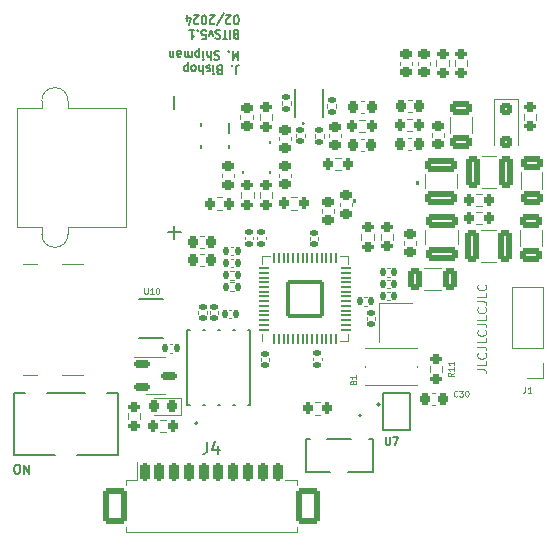
<source format=gto>
%TF.GenerationSoftware,KiCad,Pcbnew,7.0.5-0*%
%TF.CreationDate,2024-02-02T13:19:59-05:00*%
%TF.ProjectId,BITSv5,42495453-7635-42e6-9b69-6361645f7063,rev?*%
%TF.SameCoordinates,Original*%
%TF.FileFunction,Legend,Top*%
%TF.FilePolarity,Positive*%
%FSLAX46Y46*%
G04 Gerber Fmt 4.6, Leading zero omitted, Abs format (unit mm)*
G04 Created by KiCad (PCBNEW 7.0.5-0) date 2024-02-02 13:19:59*
%MOMM*%
%LPD*%
G01*
G04 APERTURE LIST*
G04 Aperture macros list*
%AMRoundRect*
0 Rectangle with rounded corners*
0 $1 Rounding radius*
0 $2 $3 $4 $5 $6 $7 $8 $9 X,Y pos of 4 corners*
0 Add a 4 corners polygon primitive as box body*
4,1,4,$2,$3,$4,$5,$6,$7,$8,$9,$2,$3,0*
0 Add four circle primitives for the rounded corners*
1,1,$1+$1,$2,$3*
1,1,$1+$1,$4,$5*
1,1,$1+$1,$6,$7*
1,1,$1+$1,$8,$9*
0 Add four rect primitives between the rounded corners*
20,1,$1+$1,$2,$3,$4,$5,0*
20,1,$1+$1,$4,$5,$6,$7,0*
20,1,$1+$1,$6,$7,$8,$9,0*
20,1,$1+$1,$8,$9,$2,$3,0*%
G04 Aperture macros list end*
%ADD10C,0.150000*%
%ADD11C,0.120000*%
%ADD12C,0.125000*%
%ADD13C,0.152400*%
%ADD14C,0.200000*%
%ADD15C,0.127000*%
%ADD16C,0.002645*%
%ADD17C,0.182463*%
%ADD18RoundRect,0.135000X-0.185000X0.135000X-0.185000X-0.135000X0.185000X-0.135000X0.185000X0.135000X0*%
%ADD19RoundRect,0.225000X-0.250000X0.225000X-0.250000X-0.225000X0.250000X-0.225000X0.250000X0.225000X0*%
%ADD20RoundRect,0.135000X0.185000X-0.135000X0.185000X0.135000X-0.185000X0.135000X-0.185000X-0.135000X0*%
%ADD21RoundRect,0.140000X0.140000X0.170000X-0.140000X0.170000X-0.140000X-0.170000X0.140000X-0.170000X0*%
%ADD22C,0.889000*%
%ADD23R,1.193800X1.397000*%
%ADD24RoundRect,0.250000X1.075000X-0.375000X1.075000X0.375000X-1.075000X0.375000X-1.075000X-0.375000X0*%
%ADD25RoundRect,0.050000X0.050000X-0.387500X0.050000X0.387500X-0.050000X0.387500X-0.050000X-0.387500X0*%
%ADD26RoundRect,0.050000X0.387500X-0.050000X0.387500X0.050000X-0.387500X0.050000X-0.387500X-0.050000X0*%
%ADD27RoundRect,0.144000X1.456000X-1.456000X1.456000X1.456000X-1.456000X1.456000X-1.456000X-1.456000X0*%
%ADD28R,0.972299X0.558000*%
%ADD29RoundRect,0.200000X0.275000X-0.200000X0.275000X0.200000X-0.275000X0.200000X-0.275000X-0.200000X0*%
%ADD30RoundRect,0.140000X0.170000X-0.140000X0.170000X0.140000X-0.170000X0.140000X-0.170000X-0.140000X0*%
%ADD31C,4.400000*%
%ADD32RoundRect,0.225000X0.250000X-0.225000X0.250000X0.225000X-0.250000X0.225000X-0.250000X-0.225000X0*%
%ADD33C,0.650000*%
%ADD34R,1.150000X0.600000*%
%ADD35R,1.150000X0.300000*%
%ADD36O,2.100000X1.000000*%
%ADD37O,1.800000X1.000000*%
%ADD38RoundRect,0.200000X0.200000X0.275000X-0.200000X0.275000X-0.200000X-0.275000X0.200000X-0.275000X0*%
%ADD39RoundRect,0.250000X-1.075000X0.375000X-1.075000X-0.375000X1.075000X-0.375000X1.075000X0.375000X0*%
%ADD40RoundRect,0.250000X0.650000X-0.325000X0.650000X0.325000X-0.650000X0.325000X-0.650000X-0.325000X0*%
%ADD41RoundRect,0.150000X-0.512500X-0.150000X0.512500X-0.150000X0.512500X0.150000X-0.512500X0.150000X0*%
%ADD42R,1.050000X0.399999*%
%ADD43R,0.200000X0.599999*%
%ADD44RoundRect,0.140000X-0.170000X0.140000X-0.170000X-0.140000X0.170000X-0.140000X0.170000X0.140000X0*%
%ADD45RoundRect,0.225000X0.225000X0.250000X-0.225000X0.250000X-0.225000X-0.250000X0.225000X-0.250000X0*%
%ADD46RoundRect,0.225000X-0.225000X-0.250000X0.225000X-0.250000X0.225000X0.250000X-0.225000X0.250000X0*%
%ADD47R,0.900000X1.000000*%
%ADD48R,0.811200X1.406398*%
%ADD49RoundRect,0.250000X-0.650000X0.325000X-0.650000X-0.325000X0.650000X-0.325000X0.650000X0.325000X0*%
%ADD50RoundRect,0.140000X-0.140000X-0.170000X0.140000X-0.170000X0.140000X0.170000X-0.140000X0.170000X0*%
%ADD51R,1.000000X1.150000*%
%ADD52RoundRect,0.200000X-0.200000X-0.275000X0.200000X-0.275000X0.200000X0.275000X-0.200000X0.275000X0*%
%ADD53RoundRect,0.200000X-0.275000X0.200000X-0.275000X-0.200000X0.275000X-0.200000X0.275000X0.200000X0*%
%ADD54R,0.299999X0.449999*%
%ADD55R,1.599999X1.000000*%
%ADD56R,1.700000X1.700000*%
%ADD57O,1.700000X1.700000*%
%ADD58C,1.400000*%
%ADD59R,3.500000X3.500000*%
%ADD60C,3.500000*%
%ADD61RoundRect,0.250000X0.375000X1.075000X-0.375000X1.075000X-0.375000X-1.075000X0.375000X-1.075000X0*%
%ADD62R,0.300000X0.804800*%
%ADD63R,1.400000X1.050000*%
%ADD64RoundRect,0.250000X0.325000X0.650000X-0.325000X0.650000X-0.325000X-0.650000X0.325000X-0.650000X0*%
%ADD65RoundRect,0.135000X-0.135000X-0.185000X0.135000X-0.185000X0.135000X0.185000X-0.135000X0.185000X0*%
%ADD66R,0.229400X0.807999*%
%ADD67R,0.807999X0.229400*%
%ADD68R,2.387600X1.397000*%
%ADD69R,0.381000X0.381000*%
%ADD70RoundRect,0.200000X-0.200000X-0.600000X0.200000X-0.600000X0.200000X0.600000X-0.200000X0.600000X0*%
%ADD71RoundRect,0.250001X-0.799999X-1.249999X0.799999X-1.249999X0.799999X1.249999X-0.799999X1.249999X0*%
%ADD72RoundRect,0.218750X0.218750X0.256250X-0.218750X0.256250X-0.218750X-0.256250X0.218750X-0.256250X0*%
%ADD73RoundRect,0.250000X-0.300000X0.300000X-0.300000X-0.300000X0.300000X-0.300000X0.300000X0.300000X0*%
%ADD74C,0.404000*%
%ADD75R,0.431800X0.965200*%
%ADD76R,4.343400X3.454400*%
G04 APERTURE END LIST*
D10*
X124501316Y-44449942D02*
X124401316Y-44414228D01*
X124401316Y-44414228D02*
X124367982Y-44378514D01*
X124367982Y-44378514D02*
X124334649Y-44307085D01*
X124334649Y-44307085D02*
X124334649Y-44199942D01*
X124334649Y-44199942D02*
X124367982Y-44128514D01*
X124367982Y-44128514D02*
X124401316Y-44092800D01*
X124401316Y-44092800D02*
X124467982Y-44057085D01*
X124467982Y-44057085D02*
X124734649Y-44057085D01*
X124734649Y-44057085D02*
X124734649Y-44807085D01*
X124734649Y-44807085D02*
X124501316Y-44807085D01*
X124501316Y-44807085D02*
X124434649Y-44771371D01*
X124434649Y-44771371D02*
X124401316Y-44735657D01*
X124401316Y-44735657D02*
X124367982Y-44664228D01*
X124367982Y-44664228D02*
X124367982Y-44592800D01*
X124367982Y-44592800D02*
X124401316Y-44521371D01*
X124401316Y-44521371D02*
X124434649Y-44485657D01*
X124434649Y-44485657D02*
X124501316Y-44449942D01*
X124501316Y-44449942D02*
X124734649Y-44449942D01*
X124034649Y-44057085D02*
X124034649Y-44807085D01*
X123801316Y-44807085D02*
X123401316Y-44807085D01*
X123601316Y-44057085D02*
X123601316Y-44807085D01*
X123201316Y-44092800D02*
X123101316Y-44057085D01*
X123101316Y-44057085D02*
X122934650Y-44057085D01*
X122934650Y-44057085D02*
X122867983Y-44092800D01*
X122867983Y-44092800D02*
X122834650Y-44128514D01*
X122834650Y-44128514D02*
X122801316Y-44199942D01*
X122801316Y-44199942D02*
X122801316Y-44271371D01*
X122801316Y-44271371D02*
X122834650Y-44342800D01*
X122834650Y-44342800D02*
X122867983Y-44378514D01*
X122867983Y-44378514D02*
X122934650Y-44414228D01*
X122934650Y-44414228D02*
X123067983Y-44449942D01*
X123067983Y-44449942D02*
X123134650Y-44485657D01*
X123134650Y-44485657D02*
X123167983Y-44521371D01*
X123167983Y-44521371D02*
X123201316Y-44592800D01*
X123201316Y-44592800D02*
X123201316Y-44664228D01*
X123201316Y-44664228D02*
X123167983Y-44735657D01*
X123167983Y-44735657D02*
X123134650Y-44771371D01*
X123134650Y-44771371D02*
X123067983Y-44807085D01*
X123067983Y-44807085D02*
X122901316Y-44807085D01*
X122901316Y-44807085D02*
X122801316Y-44771371D01*
X122567983Y-44557085D02*
X122401316Y-44057085D01*
X122401316Y-44057085D02*
X122234649Y-44557085D01*
X121634650Y-44807085D02*
X121967983Y-44807085D01*
X121967983Y-44807085D02*
X122001316Y-44449942D01*
X122001316Y-44449942D02*
X121967983Y-44485657D01*
X121967983Y-44485657D02*
X121901316Y-44521371D01*
X121901316Y-44521371D02*
X121734650Y-44521371D01*
X121734650Y-44521371D02*
X121667983Y-44485657D01*
X121667983Y-44485657D02*
X121634650Y-44449942D01*
X121634650Y-44449942D02*
X121601316Y-44378514D01*
X121601316Y-44378514D02*
X121601316Y-44199942D01*
X121601316Y-44199942D02*
X121634650Y-44128514D01*
X121634650Y-44128514D02*
X121667983Y-44092800D01*
X121667983Y-44092800D02*
X121734650Y-44057085D01*
X121734650Y-44057085D02*
X121901316Y-44057085D01*
X121901316Y-44057085D02*
X121967983Y-44092800D01*
X121967983Y-44092800D02*
X122001316Y-44128514D01*
X121301316Y-44128514D02*
X121267983Y-44092800D01*
X121267983Y-44092800D02*
X121301316Y-44057085D01*
X121301316Y-44057085D02*
X121334649Y-44092800D01*
X121334649Y-44092800D02*
X121301316Y-44128514D01*
X121301316Y-44128514D02*
X121301316Y-44057085D01*
X120601316Y-44057085D02*
X121001316Y-44057085D01*
X120801316Y-44057085D02*
X120801316Y-44807085D01*
X120801316Y-44807085D02*
X120867983Y-44699942D01*
X120867983Y-44699942D02*
X120934650Y-44628514D01*
X120934650Y-44628514D02*
X121001316Y-44592800D01*
X124601316Y-43599585D02*
X124534649Y-43599585D01*
X124534649Y-43599585D02*
X124467982Y-43563871D01*
X124467982Y-43563871D02*
X124434649Y-43528157D01*
X124434649Y-43528157D02*
X124401316Y-43456728D01*
X124401316Y-43456728D02*
X124367982Y-43313871D01*
X124367982Y-43313871D02*
X124367982Y-43135300D01*
X124367982Y-43135300D02*
X124401316Y-42992442D01*
X124401316Y-42992442D02*
X124434649Y-42921014D01*
X124434649Y-42921014D02*
X124467982Y-42885300D01*
X124467982Y-42885300D02*
X124534649Y-42849585D01*
X124534649Y-42849585D02*
X124601316Y-42849585D01*
X124601316Y-42849585D02*
X124667982Y-42885300D01*
X124667982Y-42885300D02*
X124701316Y-42921014D01*
X124701316Y-42921014D02*
X124734649Y-42992442D01*
X124734649Y-42992442D02*
X124767982Y-43135300D01*
X124767982Y-43135300D02*
X124767982Y-43313871D01*
X124767982Y-43313871D02*
X124734649Y-43456728D01*
X124734649Y-43456728D02*
X124701316Y-43528157D01*
X124701316Y-43528157D02*
X124667982Y-43563871D01*
X124667982Y-43563871D02*
X124601316Y-43599585D01*
X124101315Y-43528157D02*
X124067982Y-43563871D01*
X124067982Y-43563871D02*
X124001315Y-43599585D01*
X124001315Y-43599585D02*
X123834649Y-43599585D01*
X123834649Y-43599585D02*
X123767982Y-43563871D01*
X123767982Y-43563871D02*
X123734649Y-43528157D01*
X123734649Y-43528157D02*
X123701315Y-43456728D01*
X123701315Y-43456728D02*
X123701315Y-43385300D01*
X123701315Y-43385300D02*
X123734649Y-43278157D01*
X123734649Y-43278157D02*
X124134649Y-42849585D01*
X124134649Y-42849585D02*
X123701315Y-42849585D01*
X122901315Y-43635300D02*
X123501315Y-42671014D01*
X122701315Y-43528157D02*
X122667982Y-43563871D01*
X122667982Y-43563871D02*
X122601315Y-43599585D01*
X122601315Y-43599585D02*
X122434649Y-43599585D01*
X122434649Y-43599585D02*
X122367982Y-43563871D01*
X122367982Y-43563871D02*
X122334649Y-43528157D01*
X122334649Y-43528157D02*
X122301315Y-43456728D01*
X122301315Y-43456728D02*
X122301315Y-43385300D01*
X122301315Y-43385300D02*
X122334649Y-43278157D01*
X122334649Y-43278157D02*
X122734649Y-42849585D01*
X122734649Y-42849585D02*
X122301315Y-42849585D01*
X121867982Y-43599585D02*
X121801315Y-43599585D01*
X121801315Y-43599585D02*
X121734648Y-43563871D01*
X121734648Y-43563871D02*
X121701315Y-43528157D01*
X121701315Y-43528157D02*
X121667982Y-43456728D01*
X121667982Y-43456728D02*
X121634648Y-43313871D01*
X121634648Y-43313871D02*
X121634648Y-43135300D01*
X121634648Y-43135300D02*
X121667982Y-42992442D01*
X121667982Y-42992442D02*
X121701315Y-42921014D01*
X121701315Y-42921014D02*
X121734648Y-42885300D01*
X121734648Y-42885300D02*
X121801315Y-42849585D01*
X121801315Y-42849585D02*
X121867982Y-42849585D01*
X121867982Y-42849585D02*
X121934648Y-42885300D01*
X121934648Y-42885300D02*
X121967982Y-42921014D01*
X121967982Y-42921014D02*
X122001315Y-42992442D01*
X122001315Y-42992442D02*
X122034648Y-43135300D01*
X122034648Y-43135300D02*
X122034648Y-43313871D01*
X122034648Y-43313871D02*
X122001315Y-43456728D01*
X122001315Y-43456728D02*
X121967982Y-43528157D01*
X121967982Y-43528157D02*
X121934648Y-43563871D01*
X121934648Y-43563871D02*
X121867982Y-43599585D01*
X121367981Y-43528157D02*
X121334648Y-43563871D01*
X121334648Y-43563871D02*
X121267981Y-43599585D01*
X121267981Y-43599585D02*
X121101315Y-43599585D01*
X121101315Y-43599585D02*
X121034648Y-43563871D01*
X121034648Y-43563871D02*
X121001315Y-43528157D01*
X121001315Y-43528157D02*
X120967981Y-43456728D01*
X120967981Y-43456728D02*
X120967981Y-43385300D01*
X120967981Y-43385300D02*
X121001315Y-43278157D01*
X121001315Y-43278157D02*
X121401315Y-42849585D01*
X121401315Y-42849585D02*
X120967981Y-42849585D01*
X120367981Y-43349585D02*
X120367981Y-42849585D01*
X120534648Y-43635300D02*
X120701314Y-43099585D01*
X120701314Y-43099585D02*
X120267981Y-43099585D01*
D11*
X144951974Y-72828195D02*
X145487688Y-72828195D01*
X145487688Y-72828195D02*
X145594831Y-72863910D01*
X145594831Y-72863910D02*
X145666260Y-72935338D01*
X145666260Y-72935338D02*
X145701974Y-73042481D01*
X145701974Y-73042481D02*
X145701974Y-73113910D01*
X145701974Y-72113909D02*
X145701974Y-72471052D01*
X145701974Y-72471052D02*
X144951974Y-72471052D01*
X145630545Y-71435338D02*
X145666260Y-71471052D01*
X145666260Y-71471052D02*
X145701974Y-71578195D01*
X145701974Y-71578195D02*
X145701974Y-71649623D01*
X145701974Y-71649623D02*
X145666260Y-71756766D01*
X145666260Y-71756766D02*
X145594831Y-71828195D01*
X145594831Y-71828195D02*
X145523402Y-71863909D01*
X145523402Y-71863909D02*
X145380545Y-71899623D01*
X145380545Y-71899623D02*
X145273402Y-71899623D01*
X145273402Y-71899623D02*
X145130545Y-71863909D01*
X145130545Y-71863909D02*
X145059117Y-71828195D01*
X145059117Y-71828195D02*
X144987688Y-71756766D01*
X144987688Y-71756766D02*
X144951974Y-71649623D01*
X144951974Y-71649623D02*
X144951974Y-71578195D01*
X144951974Y-71578195D02*
X144987688Y-71471052D01*
X144987688Y-71471052D02*
X145023402Y-71435338D01*
X144951974Y-70899623D02*
X145487688Y-70899623D01*
X145487688Y-70899623D02*
X145594831Y-70935338D01*
X145594831Y-70935338D02*
X145666260Y-71006766D01*
X145666260Y-71006766D02*
X145701974Y-71113909D01*
X145701974Y-71113909D02*
X145701974Y-71185338D01*
X145701974Y-70185337D02*
X145701974Y-70542480D01*
X145701974Y-70542480D02*
X144951974Y-70542480D01*
X145630545Y-69506766D02*
X145666260Y-69542480D01*
X145666260Y-69542480D02*
X145701974Y-69649623D01*
X145701974Y-69649623D02*
X145701974Y-69721051D01*
X145701974Y-69721051D02*
X145666260Y-69828194D01*
X145666260Y-69828194D02*
X145594831Y-69899623D01*
X145594831Y-69899623D02*
X145523402Y-69935337D01*
X145523402Y-69935337D02*
X145380545Y-69971051D01*
X145380545Y-69971051D02*
X145273402Y-69971051D01*
X145273402Y-69971051D02*
X145130545Y-69935337D01*
X145130545Y-69935337D02*
X145059117Y-69899623D01*
X145059117Y-69899623D02*
X144987688Y-69828194D01*
X144987688Y-69828194D02*
X144951974Y-69721051D01*
X144951974Y-69721051D02*
X144951974Y-69649623D01*
X144951974Y-69649623D02*
X144987688Y-69542480D01*
X144987688Y-69542480D02*
X145023402Y-69506766D01*
X144951974Y-68971051D02*
X145487688Y-68971051D01*
X145487688Y-68971051D02*
X145594831Y-69006766D01*
X145594831Y-69006766D02*
X145666260Y-69078194D01*
X145666260Y-69078194D02*
X145701974Y-69185337D01*
X145701974Y-69185337D02*
X145701974Y-69256766D01*
X145701974Y-68256765D02*
X145701974Y-68613908D01*
X145701974Y-68613908D02*
X144951974Y-68613908D01*
X145630545Y-67578194D02*
X145666260Y-67613908D01*
X145666260Y-67613908D02*
X145701974Y-67721051D01*
X145701974Y-67721051D02*
X145701974Y-67792479D01*
X145701974Y-67792479D02*
X145666260Y-67899622D01*
X145666260Y-67899622D02*
X145594831Y-67971051D01*
X145594831Y-67971051D02*
X145523402Y-68006765D01*
X145523402Y-68006765D02*
X145380545Y-68042479D01*
X145380545Y-68042479D02*
X145273402Y-68042479D01*
X145273402Y-68042479D02*
X145130545Y-68006765D01*
X145130545Y-68006765D02*
X145059117Y-67971051D01*
X145059117Y-67971051D02*
X144987688Y-67899622D01*
X144987688Y-67899622D02*
X144951974Y-67792479D01*
X144951974Y-67792479D02*
X144951974Y-67721051D01*
X144951974Y-67721051D02*
X144987688Y-67613908D01*
X144987688Y-67613908D02*
X145023402Y-67578194D01*
X144951974Y-67042479D02*
X145487688Y-67042479D01*
X145487688Y-67042479D02*
X145594831Y-67078194D01*
X145594831Y-67078194D02*
X145666260Y-67149622D01*
X145666260Y-67149622D02*
X145701974Y-67256765D01*
X145701974Y-67256765D02*
X145701974Y-67328194D01*
X145701974Y-66328193D02*
X145701974Y-66685336D01*
X145701974Y-66685336D02*
X144951974Y-66685336D01*
X145630545Y-65649622D02*
X145666260Y-65685336D01*
X145666260Y-65685336D02*
X145701974Y-65792479D01*
X145701974Y-65792479D02*
X145701974Y-65863907D01*
X145701974Y-65863907D02*
X145666260Y-65971050D01*
X145666260Y-65971050D02*
X145594831Y-66042479D01*
X145594831Y-66042479D02*
X145523402Y-66078193D01*
X145523402Y-66078193D02*
X145380545Y-66113907D01*
X145380545Y-66113907D02*
X145273402Y-66113907D01*
X145273402Y-66113907D02*
X145130545Y-66078193D01*
X145130545Y-66078193D02*
X145059117Y-66042479D01*
X145059117Y-66042479D02*
X144987688Y-65971050D01*
X144987688Y-65971050D02*
X144951974Y-65863907D01*
X144951974Y-65863907D02*
X144951974Y-65792479D01*
X144951974Y-65792479D02*
X144987688Y-65685336D01*
X144987688Y-65685336D02*
X145023402Y-65649622D01*
D10*
X105935714Y-80889164D02*
X106078571Y-80889164D01*
X106078571Y-80889164D02*
X106150000Y-80924878D01*
X106150000Y-80924878D02*
X106221428Y-80996307D01*
X106221428Y-80996307D02*
X106257143Y-81139164D01*
X106257143Y-81139164D02*
X106257143Y-81389164D01*
X106257143Y-81389164D02*
X106221428Y-81532021D01*
X106221428Y-81532021D02*
X106150000Y-81603450D01*
X106150000Y-81603450D02*
X106078571Y-81639164D01*
X106078571Y-81639164D02*
X105935714Y-81639164D01*
X105935714Y-81639164D02*
X105864286Y-81603450D01*
X105864286Y-81603450D02*
X105792857Y-81532021D01*
X105792857Y-81532021D02*
X105757143Y-81389164D01*
X105757143Y-81389164D02*
X105757143Y-81139164D01*
X105757143Y-81139164D02*
X105792857Y-80996307D01*
X105792857Y-80996307D02*
X105864286Y-80924878D01*
X105864286Y-80924878D02*
X105935714Y-80889164D01*
X106578571Y-81639164D02*
X106578571Y-80889164D01*
X106578571Y-80889164D02*
X107007142Y-81639164D01*
X107007142Y-81639164D02*
X107007142Y-80889164D01*
X124534649Y-47807085D02*
X124534649Y-47271371D01*
X124534649Y-47271371D02*
X124567982Y-47164228D01*
X124567982Y-47164228D02*
X124634649Y-47092800D01*
X124634649Y-47092800D02*
X124734649Y-47057085D01*
X124734649Y-47057085D02*
X124801316Y-47057085D01*
X124201316Y-47128514D02*
X124167983Y-47092800D01*
X124167983Y-47092800D02*
X124201316Y-47057085D01*
X124201316Y-47057085D02*
X124234649Y-47092800D01*
X124234649Y-47092800D02*
X124201316Y-47128514D01*
X124201316Y-47128514D02*
X124201316Y-47057085D01*
X123101317Y-47449942D02*
X123001317Y-47414228D01*
X123001317Y-47414228D02*
X122967983Y-47378514D01*
X122967983Y-47378514D02*
X122934650Y-47307085D01*
X122934650Y-47307085D02*
X122934650Y-47199942D01*
X122934650Y-47199942D02*
X122967983Y-47128514D01*
X122967983Y-47128514D02*
X123001317Y-47092800D01*
X123001317Y-47092800D02*
X123067983Y-47057085D01*
X123067983Y-47057085D02*
X123334650Y-47057085D01*
X123334650Y-47057085D02*
X123334650Y-47807085D01*
X123334650Y-47807085D02*
X123101317Y-47807085D01*
X123101317Y-47807085D02*
X123034650Y-47771371D01*
X123034650Y-47771371D02*
X123001317Y-47735657D01*
X123001317Y-47735657D02*
X122967983Y-47664228D01*
X122967983Y-47664228D02*
X122967983Y-47592800D01*
X122967983Y-47592800D02*
X123001317Y-47521371D01*
X123001317Y-47521371D02*
X123034650Y-47485657D01*
X123034650Y-47485657D02*
X123101317Y-47449942D01*
X123101317Y-47449942D02*
X123334650Y-47449942D01*
X122634650Y-47057085D02*
X122634650Y-47557085D01*
X122634650Y-47807085D02*
X122667983Y-47771371D01*
X122667983Y-47771371D02*
X122634650Y-47735657D01*
X122634650Y-47735657D02*
X122601317Y-47771371D01*
X122601317Y-47771371D02*
X122634650Y-47807085D01*
X122634650Y-47807085D02*
X122634650Y-47735657D01*
X122334650Y-47092800D02*
X122267984Y-47057085D01*
X122267984Y-47057085D02*
X122134650Y-47057085D01*
X122134650Y-47057085D02*
X122067984Y-47092800D01*
X122067984Y-47092800D02*
X122034650Y-47164228D01*
X122034650Y-47164228D02*
X122034650Y-47199942D01*
X122034650Y-47199942D02*
X122067984Y-47271371D01*
X122067984Y-47271371D02*
X122134650Y-47307085D01*
X122134650Y-47307085D02*
X122234650Y-47307085D01*
X122234650Y-47307085D02*
X122301317Y-47342800D01*
X122301317Y-47342800D02*
X122334650Y-47414228D01*
X122334650Y-47414228D02*
X122334650Y-47449942D01*
X122334650Y-47449942D02*
X122301317Y-47521371D01*
X122301317Y-47521371D02*
X122234650Y-47557085D01*
X122234650Y-47557085D02*
X122134650Y-47557085D01*
X122134650Y-47557085D02*
X122067984Y-47521371D01*
X121734650Y-47057085D02*
X121734650Y-47807085D01*
X121434650Y-47057085D02*
X121434650Y-47449942D01*
X121434650Y-47449942D02*
X121467983Y-47521371D01*
X121467983Y-47521371D02*
X121534650Y-47557085D01*
X121534650Y-47557085D02*
X121634650Y-47557085D01*
X121634650Y-47557085D02*
X121701317Y-47521371D01*
X121701317Y-47521371D02*
X121734650Y-47485657D01*
X121001317Y-47057085D02*
X121067984Y-47092800D01*
X121067984Y-47092800D02*
X121101317Y-47128514D01*
X121101317Y-47128514D02*
X121134650Y-47199942D01*
X121134650Y-47199942D02*
X121134650Y-47414228D01*
X121134650Y-47414228D02*
X121101317Y-47485657D01*
X121101317Y-47485657D02*
X121067984Y-47521371D01*
X121067984Y-47521371D02*
X121001317Y-47557085D01*
X121001317Y-47557085D02*
X120901317Y-47557085D01*
X120901317Y-47557085D02*
X120834650Y-47521371D01*
X120834650Y-47521371D02*
X120801317Y-47485657D01*
X120801317Y-47485657D02*
X120767984Y-47414228D01*
X120767984Y-47414228D02*
X120767984Y-47199942D01*
X120767984Y-47199942D02*
X120801317Y-47128514D01*
X120801317Y-47128514D02*
X120834650Y-47092800D01*
X120834650Y-47092800D02*
X120901317Y-47057085D01*
X120901317Y-47057085D02*
X121001317Y-47057085D01*
X120467984Y-47557085D02*
X120467984Y-46807085D01*
X120467984Y-47521371D02*
X120401317Y-47557085D01*
X120401317Y-47557085D02*
X120267984Y-47557085D01*
X120267984Y-47557085D02*
X120201317Y-47521371D01*
X120201317Y-47521371D02*
X120167984Y-47485657D01*
X120167984Y-47485657D02*
X120134651Y-47414228D01*
X120134651Y-47414228D02*
X120134651Y-47199942D01*
X120134651Y-47199942D02*
X120167984Y-47128514D01*
X120167984Y-47128514D02*
X120201317Y-47092800D01*
X120201317Y-47092800D02*
X120267984Y-47057085D01*
X120267984Y-47057085D02*
X120401317Y-47057085D01*
X120401317Y-47057085D02*
X120467984Y-47092800D01*
X124734649Y-45849585D02*
X124734649Y-46599585D01*
X124734649Y-46599585D02*
X124501316Y-46063871D01*
X124501316Y-46063871D02*
X124267982Y-46599585D01*
X124267982Y-46599585D02*
X124267982Y-45849585D01*
X123934649Y-45921014D02*
X123901316Y-45885300D01*
X123901316Y-45885300D02*
X123934649Y-45849585D01*
X123934649Y-45849585D02*
X123967982Y-45885300D01*
X123967982Y-45885300D02*
X123934649Y-45921014D01*
X123934649Y-45921014D02*
X123934649Y-45849585D01*
X123101316Y-45885300D02*
X123001316Y-45849585D01*
X123001316Y-45849585D02*
X122834650Y-45849585D01*
X122834650Y-45849585D02*
X122767983Y-45885300D01*
X122767983Y-45885300D02*
X122734650Y-45921014D01*
X122734650Y-45921014D02*
X122701316Y-45992442D01*
X122701316Y-45992442D02*
X122701316Y-46063871D01*
X122701316Y-46063871D02*
X122734650Y-46135300D01*
X122734650Y-46135300D02*
X122767983Y-46171014D01*
X122767983Y-46171014D02*
X122834650Y-46206728D01*
X122834650Y-46206728D02*
X122967983Y-46242442D01*
X122967983Y-46242442D02*
X123034650Y-46278157D01*
X123034650Y-46278157D02*
X123067983Y-46313871D01*
X123067983Y-46313871D02*
X123101316Y-46385300D01*
X123101316Y-46385300D02*
X123101316Y-46456728D01*
X123101316Y-46456728D02*
X123067983Y-46528157D01*
X123067983Y-46528157D02*
X123034650Y-46563871D01*
X123034650Y-46563871D02*
X122967983Y-46599585D01*
X122967983Y-46599585D02*
X122801316Y-46599585D01*
X122801316Y-46599585D02*
X122701316Y-46563871D01*
X122401316Y-45849585D02*
X122401316Y-46599585D01*
X122101316Y-45849585D02*
X122101316Y-46242442D01*
X122101316Y-46242442D02*
X122134649Y-46313871D01*
X122134649Y-46313871D02*
X122201316Y-46349585D01*
X122201316Y-46349585D02*
X122301316Y-46349585D01*
X122301316Y-46349585D02*
X122367983Y-46313871D01*
X122367983Y-46313871D02*
X122401316Y-46278157D01*
X121767983Y-45849585D02*
X121767983Y-46349585D01*
X121767983Y-46599585D02*
X121801316Y-46563871D01*
X121801316Y-46563871D02*
X121767983Y-46528157D01*
X121767983Y-46528157D02*
X121734650Y-46563871D01*
X121734650Y-46563871D02*
X121767983Y-46599585D01*
X121767983Y-46599585D02*
X121767983Y-46528157D01*
X121434650Y-46349585D02*
X121434650Y-45599585D01*
X121434650Y-46313871D02*
X121367983Y-46349585D01*
X121367983Y-46349585D02*
X121234650Y-46349585D01*
X121234650Y-46349585D02*
X121167983Y-46313871D01*
X121167983Y-46313871D02*
X121134650Y-46278157D01*
X121134650Y-46278157D02*
X121101317Y-46206728D01*
X121101317Y-46206728D02*
X121101317Y-45992442D01*
X121101317Y-45992442D02*
X121134650Y-45921014D01*
X121134650Y-45921014D02*
X121167983Y-45885300D01*
X121167983Y-45885300D02*
X121234650Y-45849585D01*
X121234650Y-45849585D02*
X121367983Y-45849585D01*
X121367983Y-45849585D02*
X121434650Y-45885300D01*
X120801317Y-45849585D02*
X120801317Y-46349585D01*
X120801317Y-46278157D02*
X120767984Y-46313871D01*
X120767984Y-46313871D02*
X120701317Y-46349585D01*
X120701317Y-46349585D02*
X120601317Y-46349585D01*
X120601317Y-46349585D02*
X120534650Y-46313871D01*
X120534650Y-46313871D02*
X120501317Y-46242442D01*
X120501317Y-46242442D02*
X120501317Y-45849585D01*
X120501317Y-46242442D02*
X120467984Y-46313871D01*
X120467984Y-46313871D02*
X120401317Y-46349585D01*
X120401317Y-46349585D02*
X120301317Y-46349585D01*
X120301317Y-46349585D02*
X120234650Y-46313871D01*
X120234650Y-46313871D02*
X120201317Y-46242442D01*
X120201317Y-46242442D02*
X120201317Y-45849585D01*
X119567984Y-45849585D02*
X119567984Y-46242442D01*
X119567984Y-46242442D02*
X119601317Y-46313871D01*
X119601317Y-46313871D02*
X119667984Y-46349585D01*
X119667984Y-46349585D02*
X119801317Y-46349585D01*
X119801317Y-46349585D02*
X119867984Y-46313871D01*
X119567984Y-45885300D02*
X119634651Y-45849585D01*
X119634651Y-45849585D02*
X119801317Y-45849585D01*
X119801317Y-45849585D02*
X119867984Y-45885300D01*
X119867984Y-45885300D02*
X119901317Y-45956728D01*
X119901317Y-45956728D02*
X119901317Y-46028157D01*
X119901317Y-46028157D02*
X119867984Y-46099585D01*
X119867984Y-46099585D02*
X119801317Y-46135300D01*
X119801317Y-46135300D02*
X119634651Y-46135300D01*
X119634651Y-46135300D02*
X119567984Y-46171014D01*
X119234651Y-46349585D02*
X119234651Y-45849585D01*
X119234651Y-46278157D02*
X119201318Y-46313871D01*
X119201318Y-46313871D02*
X119134651Y-46349585D01*
X119134651Y-46349585D02*
X119034651Y-46349585D01*
X119034651Y-46349585D02*
X118967984Y-46313871D01*
X118967984Y-46313871D02*
X118934651Y-46242442D01*
X118934651Y-46242442D02*
X118934651Y-45849585D01*
D12*
%TO.C,U10*%
X116780952Y-65924809D02*
X116780952Y-66329571D01*
X116780952Y-66329571D02*
X116804762Y-66377190D01*
X116804762Y-66377190D02*
X116828571Y-66401000D01*
X116828571Y-66401000D02*
X116876190Y-66424809D01*
X116876190Y-66424809D02*
X116971428Y-66424809D01*
X116971428Y-66424809D02*
X117019047Y-66401000D01*
X117019047Y-66401000D02*
X117042857Y-66377190D01*
X117042857Y-66377190D02*
X117066666Y-66329571D01*
X117066666Y-66329571D02*
X117066666Y-65924809D01*
X117566667Y-66424809D02*
X117280953Y-66424809D01*
X117423810Y-66424809D02*
X117423810Y-65924809D01*
X117423810Y-65924809D02*
X117376191Y-65996238D01*
X117376191Y-65996238D02*
X117328572Y-66043857D01*
X117328572Y-66043857D02*
X117280953Y-66067666D01*
X117876190Y-65924809D02*
X117923809Y-65924809D01*
X117923809Y-65924809D02*
X117971428Y-65948619D01*
X117971428Y-65948619D02*
X117995238Y-65972428D01*
X117995238Y-65972428D02*
X118019047Y-66020047D01*
X118019047Y-66020047D02*
X118042857Y-66115285D01*
X118042857Y-66115285D02*
X118042857Y-66234333D01*
X118042857Y-66234333D02*
X118019047Y-66329571D01*
X118019047Y-66329571D02*
X117995238Y-66377190D01*
X117995238Y-66377190D02*
X117971428Y-66401000D01*
X117971428Y-66401000D02*
X117923809Y-66424809D01*
X117923809Y-66424809D02*
X117876190Y-66424809D01*
X117876190Y-66424809D02*
X117828571Y-66401000D01*
X117828571Y-66401000D02*
X117804762Y-66377190D01*
X117804762Y-66377190D02*
X117780952Y-66329571D01*
X117780952Y-66329571D02*
X117757143Y-66234333D01*
X117757143Y-66234333D02*
X117757143Y-66115285D01*
X117757143Y-66115285D02*
X117780952Y-66020047D01*
X117780952Y-66020047D02*
X117804762Y-65972428D01*
X117804762Y-65972428D02*
X117828571Y-65948619D01*
X117828571Y-65948619D02*
X117876190Y-65924809D01*
%TO.C,B1*%
X134462904Y-73902380D02*
X134486714Y-73830952D01*
X134486714Y-73830952D02*
X134510523Y-73807142D01*
X134510523Y-73807142D02*
X134558142Y-73783333D01*
X134558142Y-73783333D02*
X134629571Y-73783333D01*
X134629571Y-73783333D02*
X134677190Y-73807142D01*
X134677190Y-73807142D02*
X134701000Y-73830952D01*
X134701000Y-73830952D02*
X134724809Y-73878571D01*
X134724809Y-73878571D02*
X134724809Y-74069047D01*
X134724809Y-74069047D02*
X134224809Y-74069047D01*
X134224809Y-74069047D02*
X134224809Y-73902380D01*
X134224809Y-73902380D02*
X134248619Y-73854761D01*
X134248619Y-73854761D02*
X134272428Y-73830952D01*
X134272428Y-73830952D02*
X134320047Y-73807142D01*
X134320047Y-73807142D02*
X134367666Y-73807142D01*
X134367666Y-73807142D02*
X134415285Y-73830952D01*
X134415285Y-73830952D02*
X134439095Y-73854761D01*
X134439095Y-73854761D02*
X134462904Y-73902380D01*
X134462904Y-73902380D02*
X134462904Y-74069047D01*
X134724809Y-73307142D02*
X134724809Y-73592856D01*
X134724809Y-73449999D02*
X134224809Y-73449999D01*
X134224809Y-73449999D02*
X134296238Y-73497618D01*
X134296238Y-73497618D02*
X134343857Y-73545237D01*
X134343857Y-73545237D02*
X134367666Y-73592856D01*
%TO.C,R11*%
X142974809Y-73121428D02*
X142736714Y-73288094D01*
X142974809Y-73407142D02*
X142474809Y-73407142D01*
X142474809Y-73407142D02*
X142474809Y-73216666D01*
X142474809Y-73216666D02*
X142498619Y-73169047D01*
X142498619Y-73169047D02*
X142522428Y-73145237D01*
X142522428Y-73145237D02*
X142570047Y-73121428D01*
X142570047Y-73121428D02*
X142641476Y-73121428D01*
X142641476Y-73121428D02*
X142689095Y-73145237D01*
X142689095Y-73145237D02*
X142712904Y-73169047D01*
X142712904Y-73169047D02*
X142736714Y-73216666D01*
X142736714Y-73216666D02*
X142736714Y-73407142D01*
X142974809Y-72645237D02*
X142974809Y-72930951D01*
X142974809Y-72788094D02*
X142474809Y-72788094D01*
X142474809Y-72788094D02*
X142546238Y-72835713D01*
X142546238Y-72835713D02*
X142593857Y-72883332D01*
X142593857Y-72883332D02*
X142617666Y-72930951D01*
X142974809Y-72169047D02*
X142974809Y-72454761D01*
X142974809Y-72311904D02*
X142474809Y-72311904D01*
X142474809Y-72311904D02*
X142546238Y-72359523D01*
X142546238Y-72359523D02*
X142593857Y-72407142D01*
X142593857Y-72407142D02*
X142617666Y-72454761D01*
%TO.C,J1*%
X149033333Y-74294809D02*
X149033333Y-74651952D01*
X149033333Y-74651952D02*
X149009524Y-74723380D01*
X149009524Y-74723380D02*
X148961905Y-74771000D01*
X148961905Y-74771000D02*
X148890476Y-74794809D01*
X148890476Y-74794809D02*
X148842857Y-74794809D01*
X149533333Y-74794809D02*
X149247619Y-74794809D01*
X149390476Y-74794809D02*
X149390476Y-74294809D01*
X149390476Y-74294809D02*
X149342857Y-74366238D01*
X149342857Y-74366238D02*
X149295238Y-74413857D01*
X149295238Y-74413857D02*
X149247619Y-74437666D01*
D10*
%TO.C,BT1*%
X119319800Y-50794530D02*
X119319800Y-49651673D01*
X119319800Y-61794530D02*
X119319800Y-60651673D01*
X119891228Y-61223101D02*
X118748371Y-61223101D01*
D12*
%TO.C,C30*%
X143278571Y-75077190D02*
X143254762Y-75101000D01*
X143254762Y-75101000D02*
X143183333Y-75124809D01*
X143183333Y-75124809D02*
X143135714Y-75124809D01*
X143135714Y-75124809D02*
X143064286Y-75101000D01*
X143064286Y-75101000D02*
X143016667Y-75053380D01*
X143016667Y-75053380D02*
X142992857Y-75005761D01*
X142992857Y-75005761D02*
X142969048Y-74910523D01*
X142969048Y-74910523D02*
X142969048Y-74839095D01*
X142969048Y-74839095D02*
X142992857Y-74743857D01*
X142992857Y-74743857D02*
X143016667Y-74696238D01*
X143016667Y-74696238D02*
X143064286Y-74648619D01*
X143064286Y-74648619D02*
X143135714Y-74624809D01*
X143135714Y-74624809D02*
X143183333Y-74624809D01*
X143183333Y-74624809D02*
X143254762Y-74648619D01*
X143254762Y-74648619D02*
X143278571Y-74672428D01*
X143445238Y-74624809D02*
X143754762Y-74624809D01*
X143754762Y-74624809D02*
X143588095Y-74815285D01*
X143588095Y-74815285D02*
X143659524Y-74815285D01*
X143659524Y-74815285D02*
X143707143Y-74839095D01*
X143707143Y-74839095D02*
X143730952Y-74862904D01*
X143730952Y-74862904D02*
X143754762Y-74910523D01*
X143754762Y-74910523D02*
X143754762Y-75029571D01*
X143754762Y-75029571D02*
X143730952Y-75077190D01*
X143730952Y-75077190D02*
X143707143Y-75101000D01*
X143707143Y-75101000D02*
X143659524Y-75124809D01*
X143659524Y-75124809D02*
X143516667Y-75124809D01*
X143516667Y-75124809D02*
X143469048Y-75101000D01*
X143469048Y-75101000D02*
X143445238Y-75077190D01*
X144064285Y-74624809D02*
X144111904Y-74624809D01*
X144111904Y-74624809D02*
X144159523Y-74648619D01*
X144159523Y-74648619D02*
X144183333Y-74672428D01*
X144183333Y-74672428D02*
X144207142Y-74720047D01*
X144207142Y-74720047D02*
X144230952Y-74815285D01*
X144230952Y-74815285D02*
X144230952Y-74934333D01*
X144230952Y-74934333D02*
X144207142Y-75029571D01*
X144207142Y-75029571D02*
X144183333Y-75077190D01*
X144183333Y-75077190D02*
X144159523Y-75101000D01*
X144159523Y-75101000D02*
X144111904Y-75124809D01*
X144111904Y-75124809D02*
X144064285Y-75124809D01*
X144064285Y-75124809D02*
X144016666Y-75101000D01*
X144016666Y-75101000D02*
X143992857Y-75077190D01*
X143992857Y-75077190D02*
X143969047Y-75029571D01*
X143969047Y-75029571D02*
X143945238Y-74934333D01*
X143945238Y-74934333D02*
X143945238Y-74815285D01*
X143945238Y-74815285D02*
X143969047Y-74720047D01*
X143969047Y-74720047D02*
X143992857Y-74672428D01*
X143992857Y-74672428D02*
X144016666Y-74648619D01*
X144016666Y-74648619D02*
X144064285Y-74624809D01*
D10*
%TO.C,J4*%
X122096666Y-78954819D02*
X122096666Y-79669104D01*
X122096666Y-79669104D02*
X122049047Y-79811961D01*
X122049047Y-79811961D02*
X121953809Y-79907200D01*
X121953809Y-79907200D02*
X121810952Y-79954819D01*
X121810952Y-79954819D02*
X121715714Y-79954819D01*
X123001428Y-79288152D02*
X123001428Y-79954819D01*
X122763333Y-78907200D02*
X122525238Y-79621485D01*
X122525238Y-79621485D02*
X123144285Y-79621485D01*
%TO.C,U7*%
X137212025Y-78548026D02*
X137212025Y-79066498D01*
X137212025Y-79066498D02*
X137242524Y-79127495D01*
X137242524Y-79127495D02*
X137273022Y-79157994D01*
X137273022Y-79157994D02*
X137334019Y-79188492D01*
X137334019Y-79188492D02*
X137456012Y-79188492D01*
X137456012Y-79188492D02*
X137517009Y-79157994D01*
X137517009Y-79157994D02*
X137547508Y-79127495D01*
X137547508Y-79127495D02*
X137578006Y-79066498D01*
X137578006Y-79066498D02*
X137578006Y-78548026D01*
X137821993Y-78548026D02*
X138248970Y-78548026D01*
X138248970Y-78548026D02*
X137974485Y-79188492D01*
D11*
%TO.C,R20*%
X129155000Y-50091359D02*
X129155000Y-50398641D01*
X128395000Y-50091359D02*
X128395000Y-50398641D01*
%TO.C,C35*%
X129215000Y-56244420D02*
X129215000Y-56525580D01*
X128195000Y-56244420D02*
X128195000Y-56525580D01*
%TO.C,R18*%
X131215000Y-53198641D02*
X131215000Y-52891359D01*
X131975000Y-53198641D02*
X131975000Y-52891359D01*
%TO.C,C1*%
X124297836Y-64185600D02*
X124082164Y-64185600D01*
X124297836Y-63465600D02*
X124082164Y-63465600D01*
%TO.C,C25*%
X139763000Y-61966319D02*
X139763000Y-62247479D01*
X138743000Y-61966319D02*
X138743000Y-62247479D01*
D13*
%TO.C,SW3*%
X114541600Y-80082002D02*
X114541600Y-74824202D01*
X114541600Y-74824202D02*
X113629740Y-74824202D01*
X111770460Y-74824202D02*
X108549740Y-74824202D01*
X111089740Y-80082002D02*
X114541600Y-80082002D01*
X106690460Y-74824202D02*
X105778600Y-74824202D01*
X105778600Y-80082002D02*
X109230460Y-80082002D01*
X105778600Y-74824202D02*
X105778600Y-80082002D01*
D11*
%TO.C,L1*%
X140583000Y-62238963D02*
X140583000Y-61034835D01*
X143303000Y-62238963D02*
X143303000Y-61034835D01*
%TO.C,U1*%
X133990000Y-70458100D02*
X133340000Y-70458100D01*
X126770000Y-69808100D02*
X126770000Y-70458100D01*
X133990000Y-69808100D02*
X133990000Y-70458100D01*
X126770000Y-63888100D02*
X126770000Y-63238100D01*
X133990000Y-63888100D02*
X133990000Y-63238100D01*
X126770000Y-63238100D02*
X127420000Y-63238100D01*
X133990000Y-63238100D02*
X133340000Y-63238100D01*
D13*
%TO.C,U10*%
X118348400Y-66897102D02*
X116341800Y-66897102D01*
X116341800Y-70199102D02*
X118348400Y-70199102D01*
D11*
%TO.C,R24*%
X143052500Y-47137258D02*
X143052500Y-46662742D01*
X144097500Y-47137258D02*
X144097500Y-46662742D01*
%TO.C,R19*%
X132275000Y-50688641D02*
X132275000Y-50381359D01*
X133035000Y-50688641D02*
X133035000Y-50381359D01*
%TO.C,C37*%
X129635000Y-53142836D02*
X129635000Y-52927164D01*
X130355000Y-53142836D02*
X130355000Y-52927164D01*
%TO.C,R5*%
X135607836Y-67425600D02*
X135392164Y-67425600D01*
X135607836Y-66705600D02*
X135392164Y-66705600D01*
%TO.C,C36*%
X128195000Y-53425580D02*
X128195000Y-53144420D01*
X129215000Y-53425580D02*
X129215000Y-53144420D01*
%TO.C,R17*%
X126532500Y-51697258D02*
X126532500Y-51222742D01*
X127577500Y-51697258D02*
X127577500Y-51222742D01*
%TO.C,C21*%
X133403000Y-52896319D02*
X133403000Y-53177479D01*
X132383000Y-52896319D02*
X132383000Y-53177479D01*
%TO.C,R33*%
X135160500Y-61839157D02*
X135160500Y-61364641D01*
X136205500Y-61839157D02*
X136205500Y-61364641D01*
%TO.C,J2*%
X109795100Y-63928102D02*
X111595100Y-63928102D01*
X107695100Y-63928102D02*
X106545100Y-63928102D01*
X109795100Y-73268102D02*
X111595100Y-73268102D01*
X107695100Y-73268102D02*
X106545100Y-73268102D01*
%TO.C,R34*%
X133410258Y-55929399D02*
X132935742Y-55929399D01*
X133410258Y-54884399D02*
X132935742Y-54884399D01*
%TO.C,L2*%
X143293000Y-56274835D02*
X143293000Y-57478963D01*
X140573000Y-56274835D02*
X140573000Y-57478963D01*
%TO.C,C9*%
X130770000Y-61863436D02*
X130770000Y-61647764D01*
X131490000Y-61863436D02*
X131490000Y-61647764D01*
%TO.C,C20*%
X142663000Y-52843151D02*
X142663000Y-51420647D01*
X144483000Y-52843151D02*
X144483000Y-51420647D01*
%TO.C,Q1*%
X117707500Y-71790000D02*
X115907500Y-71790000D01*
X117707500Y-71790000D02*
X118507500Y-71790000D01*
X117707500Y-74910000D02*
X116907500Y-74910000D01*
X117707500Y-74910000D02*
X118507500Y-74910000D01*
%TO.C,C28*%
X148665000Y-57561252D02*
X148665000Y-56138748D01*
X150485000Y-57561252D02*
X150485000Y-56138748D01*
%TO.C,C39*%
X139965000Y-47040580D02*
X139965000Y-46759420D01*
X140985000Y-47040580D02*
X140985000Y-46759420D01*
D14*
%TO.C,U6*%
X125130000Y-56210002D02*
X125130000Y-55985001D01*
X127430000Y-53685001D02*
X127430000Y-53460000D01*
X127430000Y-56210002D02*
X127430000Y-55985001D01*
D11*
%TO.C,C13*%
X136330000Y-68397764D02*
X136330000Y-68613436D01*
X135610000Y-68397764D02*
X135610000Y-68613436D01*
%TO.C,C33*%
X124920000Y-51600580D02*
X124920000Y-51319420D01*
X125940000Y-51600580D02*
X125940000Y-51319420D01*
%TO.C,C23*%
X135368580Y-54306899D02*
X135087420Y-54306899D01*
X135368580Y-53286899D02*
X135087420Y-53286899D01*
%TO.C,R14*%
X148927500Y-51662258D02*
X148927500Y-51187742D01*
X149972500Y-51662258D02*
X149972500Y-51187742D01*
%TO.C,C10*%
X131780000Y-71837764D02*
X131780000Y-72053436D01*
X131060000Y-71837764D02*
X131060000Y-72053436D01*
%TO.C,R22*%
X124982500Y-58272258D02*
X124982500Y-57797742D01*
X126027500Y-58272258D02*
X126027500Y-57797742D01*
%TO.C,C26*%
X121509420Y-63065000D02*
X121790580Y-63065000D01*
X121509420Y-64085000D02*
X121790580Y-64085000D01*
%TO.C,R10*%
X145362258Y-59022500D02*
X144887742Y-59022500D01*
X145362258Y-57977500D02*
X144887742Y-57977500D01*
%TO.C,B1*%
X135500000Y-72650000D02*
X135500000Y-72550000D01*
X135500000Y-74150000D02*
X139900000Y-74150000D01*
X139900000Y-71050000D02*
X135500000Y-71050000D01*
X139900000Y-72650000D02*
X139900000Y-72550000D01*
%TO.C,C6*%
X123035000Y-67917164D02*
X123035000Y-68132836D01*
X122315000Y-67917164D02*
X122315000Y-68132836D01*
D13*
%TO.C,SW2*%
X136107100Y-81496600D02*
X136107100Y-78753400D01*
X136107100Y-78753400D02*
X135763341Y-78753400D01*
X134286662Y-78753400D02*
X132263338Y-78753400D01*
X134013340Y-81496600D02*
X136107100Y-81496600D01*
X130786659Y-78753400D02*
X130442900Y-78753400D01*
X130442900Y-81496600D02*
X132536660Y-81496600D01*
X130442900Y-78753400D02*
X130442900Y-81496600D01*
X135101200Y-76717501D02*
G75*
G03*
X135101200Y-76717501I-76200J0D01*
G01*
D11*
%TO.C,R23*%
X123367258Y-59307500D02*
X122892742Y-59307500D01*
X123367258Y-58262500D02*
X122892742Y-58262500D01*
%TO.C,C38*%
X150435000Y-60988748D02*
X150435000Y-62411252D01*
X148615000Y-60988748D02*
X148615000Y-62411252D01*
%TO.C,R15*%
X126582500Y-58272258D02*
X126582500Y-57797742D01*
X127627500Y-58272258D02*
X127627500Y-57797742D01*
%TO.C,C3*%
X137322164Y-64255600D02*
X137537836Y-64255600D01*
X137322164Y-64975600D02*
X137537836Y-64975600D01*
%TO.C,C12*%
X122085000Y-67907764D02*
X122085000Y-68123436D01*
X121365000Y-67907764D02*
X121365000Y-68123436D01*
%TO.C,Y1*%
X139420000Y-67180600D02*
X136620000Y-67180600D01*
X136620000Y-67180600D02*
X136620000Y-70480600D01*
%TO.C,R32*%
X134990742Y-51674399D02*
X135465258Y-51674399D01*
X134990742Y-52719399D02*
X135465258Y-52719399D01*
%TO.C,R11*%
X142022500Y-72562742D02*
X142022500Y-73037258D01*
X140977500Y-72562742D02*
X140977500Y-73037258D01*
%TO.C,C15*%
X132850000Y-59274420D02*
X132850000Y-59555580D01*
X131830000Y-59274420D02*
X131830000Y-59555580D01*
%TO.C,C17*%
X139092420Y-53236899D02*
X139373580Y-53236899D01*
X139092420Y-54256899D02*
X139373580Y-54256899D01*
%TO.C,C19*%
X139122420Y-49986899D02*
X139403580Y-49986899D01*
X139122420Y-51006899D02*
X139403580Y-51006899D01*
D14*
%TO.C,U9*%
X123950000Y-51980000D02*
X123950000Y-52830000D01*
X121550000Y-51980000D02*
X121550000Y-52229999D01*
X123950000Y-53830001D02*
X123950000Y-54080000D01*
X121550000Y-53830001D02*
X121550000Y-54080000D01*
D11*
%TO.C,C11*%
X137322164Y-65235600D02*
X137537836Y-65235600D01*
X137322164Y-65955600D02*
X137537836Y-65955600D01*
%TO.C,J1*%
X150530000Y-73570000D02*
X149200000Y-73570000D01*
X150530000Y-72240000D02*
X150530000Y-73570000D01*
X150530000Y-70970000D02*
X150530000Y-65830000D01*
X150530000Y-70970000D02*
X147870000Y-70970000D01*
X150530000Y-65830000D02*
X147870000Y-65830000D01*
X147870000Y-70970000D02*
X147870000Y-65830000D01*
%TO.C,BT1*%
X108095100Y-61373102D02*
X108095100Y-60783102D01*
X110315100Y-61373102D02*
X110315100Y-60783102D01*
X105995100Y-60783102D02*
X108095100Y-60783102D01*
X105995100Y-60783102D02*
X105995100Y-50663102D01*
X110315100Y-60783102D02*
X115215100Y-60783102D01*
X115215100Y-60783102D02*
X115215100Y-50663102D01*
X105995100Y-50663102D02*
X108095100Y-50663102D01*
X108095100Y-50663102D02*
X108095100Y-50073102D01*
X110315100Y-50663102D02*
X115215100Y-50663102D01*
X110315100Y-50663102D02*
X110315100Y-50073102D01*
X108095100Y-61373102D02*
G75*
G03*
X110315100Y-61373102I1110000J0D01*
G01*
X110315100Y-50073102D02*
G75*
G03*
X108095100Y-50073102I-1110000J0D01*
G01*
%TO.C,L4*%
X146527064Y-63735000D02*
X145322936Y-63735000D01*
X146527064Y-61015000D02*
X145322936Y-61015000D01*
%TO.C,R29*%
X136810500Y-61824157D02*
X136810500Y-61349641D01*
X137855500Y-61824157D02*
X137855500Y-61349641D01*
D13*
%TO.C,U8*%
X131902000Y-51467000D02*
X131902000Y-49113000D01*
X129548000Y-49113000D02*
X129548000Y-51467000D01*
X130151172Y-51977541D02*
G75*
G03*
X130298828Y-51977541I73828J-18859D01*
G01*
D11*
%TO.C,C16*%
X141884252Y-66061899D02*
X140461748Y-66061899D01*
X141884252Y-64241899D02*
X140461748Y-64241899D01*
%TO.C,C2*%
X124297836Y-63175600D02*
X124082164Y-63175600D01*
X124297836Y-62455600D02*
X124082164Y-62455600D01*
%TO.C,R2*%
X124036359Y-65455600D02*
X124343641Y-65455600D01*
X124036359Y-66215600D02*
X124343641Y-66215600D01*
%TO.C,R16*%
X129217742Y-58237500D02*
X129692258Y-58237500D01*
X129217742Y-59282500D02*
X129692258Y-59282500D01*
%TO.C,C14*%
X137322164Y-66235600D02*
X137537836Y-66235600D01*
X137322164Y-66955600D02*
X137537836Y-66955600D01*
%TO.C,U5*%
G36*
X134700501Y-58737401D02*
G01*
X134446501Y-58737401D01*
X134446501Y-58356401D01*
X134700501Y-58356401D01*
X134700501Y-58737401D01*
G37*
G36*
X140050299Y-57237399D02*
G01*
X139796299Y-57237399D01*
X139796299Y-56856399D01*
X140050299Y-56856399D01*
X140050299Y-57237399D01*
G37*
%TO.C,C30*%
X141134420Y-74790000D02*
X141415580Y-74790000D01*
X141134420Y-75810000D02*
X141415580Y-75810000D01*
%TO.C,R4*%
X131662258Y-76647500D02*
X131187742Y-76647500D01*
X131662258Y-75602500D02*
X131187742Y-75602500D01*
%TO.C,C5*%
X127340000Y-71887764D02*
X127340000Y-72103436D01*
X126620000Y-71887764D02*
X126620000Y-72103436D01*
%TO.C,R21*%
X141502500Y-47137258D02*
X141502500Y-46662742D01*
X142547500Y-47137258D02*
X142547500Y-46662742D01*
%TO.C,R12*%
X115395000Y-77027258D02*
X115395000Y-76552742D01*
X116440000Y-77027258D02*
X116440000Y-76552742D01*
%TO.C,R27*%
X139480258Y-52659399D02*
X139005742Y-52659399D01*
X139480258Y-51614399D02*
X139005742Y-51614399D01*
%TO.C,C4*%
X124157836Y-68485600D02*
X123942164Y-68485600D01*
X124157836Y-67765600D02*
X123942164Y-67765600D01*
%TO.C,R1*%
X124036359Y-64455600D02*
X124343641Y-64455600D01*
X124036359Y-65215600D02*
X124343641Y-65215600D01*
%TO.C,C32*%
X126330000Y-61803436D02*
X126330000Y-61587764D01*
X127050000Y-61803436D02*
X127050000Y-61587764D01*
%TO.C,J4*%
X115195000Y-82190000D02*
X116145000Y-82190000D01*
X115195000Y-82640000D02*
X115195000Y-82190000D01*
X115195000Y-86160000D02*
X115195000Y-86610000D01*
X115195000Y-86610000D02*
X129665000Y-86610000D01*
X116145000Y-82190000D02*
X116145000Y-80700000D01*
X129665000Y-82190000D02*
X128715000Y-82190000D01*
X129665000Y-82640000D02*
X129665000Y-82190000D01*
X129665000Y-86610000D02*
X129665000Y-86160000D01*
%TO.C,D1*%
X119852500Y-76685000D02*
X119852500Y-75215000D01*
X119852500Y-75215000D02*
X117567500Y-75215000D01*
X117567500Y-76685000D02*
X119852500Y-76685000D01*
%TO.C,C34*%
X124390000Y-56269420D02*
X124390000Y-56550580D01*
X123370000Y-56269420D02*
X123370000Y-56550580D01*
%TO.C,R13*%
X145362258Y-60497500D02*
X144887742Y-60497500D01*
X145362258Y-59452500D02*
X144887742Y-59452500D01*
%TO.C,C40*%
X138415000Y-47040580D02*
X138415000Y-46759420D01*
X139435000Y-47040580D02*
X139435000Y-46759420D01*
%TO.C,C27*%
X121509420Y-61540000D02*
X121790580Y-61540000D01*
X121509420Y-62560000D02*
X121790580Y-62560000D01*
%TO.C,C24*%
X135383580Y-51076899D02*
X135102420Y-51076899D01*
X135383580Y-50056899D02*
X135102420Y-50056899D01*
%TO.C,C7*%
X119142836Y-71395000D02*
X118927164Y-71395000D01*
X119142836Y-70675000D02*
X118927164Y-70675000D01*
%TO.C,L3*%
X146577064Y-57485000D02*
X145372936Y-57485000D01*
X146577064Y-54765000D02*
X145372936Y-54765000D01*
%TO.C,D2*%
X148425000Y-49940000D02*
X146425000Y-49940000D01*
X148425000Y-49940000D02*
X148425000Y-53800000D01*
X146425000Y-49940000D02*
X146425000Y-53800000D01*
%TO.C,C18*%
X142113000Y-52836319D02*
X142113000Y-53117479D01*
X141093000Y-52836319D02*
X141093000Y-53117479D01*
%TO.C,C8*%
X125300000Y-61803436D02*
X125300000Y-61587764D01*
X126020000Y-61803436D02*
X126020000Y-61587764D01*
D15*
%TO.C,U7*%
X136960000Y-74854000D02*
X136960000Y-77946000D01*
X136960000Y-77946000D02*
X139240000Y-77946000D01*
X139240000Y-74854000D02*
X136960000Y-74854000D01*
X139240000Y-77946000D02*
X139240000Y-74854000D01*
X136700000Y-75800000D02*
G75*
G03*
X136700000Y-75800000I-100000J0D01*
G01*
X136700000Y-75800000D02*
G75*
G03*
X136700000Y-75800000I-100000J0D01*
G01*
D11*
%TO.C,C22*%
X134380000Y-58714420D02*
X134380000Y-58995580D01*
X133360000Y-58714420D02*
X133360000Y-58995580D01*
%TO.C,R3*%
X118594758Y-78112500D02*
X118120242Y-78112500D01*
X118594758Y-77067500D02*
X118120242Y-77067500D01*
D13*
%TO.C,U2*%
X120405300Y-75875800D02*
X120631360Y-75875800D01*
X121728640Y-75875800D02*
X121901360Y-75875800D01*
X122998640Y-75875800D02*
X123171360Y-75875800D01*
X124268640Y-75875800D02*
X124441360Y-75875800D01*
X125538640Y-75875800D02*
X125764700Y-75875800D01*
X125764700Y-75875800D02*
X125764700Y-69525800D01*
X120405300Y-69525800D02*
X120405300Y-75875800D01*
X120631360Y-69525800D02*
X120405300Y-69525800D01*
X121901360Y-69525800D02*
X121728640Y-69525800D01*
X123171360Y-69525800D02*
X122998640Y-69525800D01*
X124441360Y-69525800D02*
X124268640Y-69525800D01*
X125764700Y-69525800D02*
X125538640Y-69525800D01*
X121281600Y-77374400D02*
G75*
G03*
X121281600Y-77374400I-101600J0D01*
G01*
%TD*%
%LPC*%
%TO.C,REF\u002A\u002A*%
D16*
X148966044Y-76883588D02*
X148992913Y-76884655D01*
X149019800Y-76886395D01*
X149046690Y-76888812D01*
X149073574Y-76891912D01*
X149100439Y-76895700D01*
X149127274Y-76900180D01*
X149154067Y-76905358D01*
X149180806Y-76911238D01*
X149207480Y-76917826D01*
X149234077Y-76925126D01*
X149260585Y-76933144D01*
X149286993Y-76941883D01*
X149313289Y-76951350D01*
X149339462Y-76961549D01*
X149365499Y-76972486D01*
X149416543Y-76996307D01*
X149465782Y-77022482D01*
X149513183Y-77050917D01*
X149558708Y-77081517D01*
X149602322Y-77114189D01*
X149643990Y-77148837D01*
X149683674Y-77185369D01*
X149721341Y-77223689D01*
X149756953Y-77263704D01*
X149790476Y-77305319D01*
X149821872Y-77348440D01*
X149851108Y-77392973D01*
X149878146Y-77438823D01*
X149902951Y-77485897D01*
X149925488Y-77534101D01*
X149945720Y-77583339D01*
X149963612Y-77633518D01*
X149979128Y-77684544D01*
X149992232Y-77736322D01*
X150002889Y-77788759D01*
X150011062Y-77841760D01*
X150016716Y-77895230D01*
X150019815Y-77949076D01*
X150020324Y-78003204D01*
X150018206Y-78057518D01*
X150013426Y-78111926D01*
X150005949Y-78166333D01*
X149995737Y-78220644D01*
X149982756Y-78274766D01*
X149966970Y-78328604D01*
X149948343Y-78382064D01*
X149926839Y-78435052D01*
X149875155Y-78539981D01*
X149811341Y-78646035D01*
X149736576Y-78751709D01*
X149652043Y-78855499D01*
X149558922Y-78955901D01*
X149458395Y-79051411D01*
X149351643Y-79140525D01*
X149239848Y-79221739D01*
X149124191Y-79293550D01*
X149065283Y-79325458D01*
X149005853Y-79354452D01*
X148946048Y-79380342D01*
X148886016Y-79402942D01*
X148825904Y-79422062D01*
X148765860Y-79437516D01*
X148706033Y-79449114D01*
X148646568Y-79456669D01*
X148587615Y-79459994D01*
X148529320Y-79458899D01*
X148471832Y-79453197D01*
X148415299Y-79442701D01*
X148359866Y-79427221D01*
X148305684Y-79406570D01*
X148253656Y-79380974D01*
X148204562Y-79350940D01*
X148158364Y-79316705D01*
X148115027Y-79278505D01*
X148074513Y-79236576D01*
X148036785Y-79191155D01*
X148001805Y-79142477D01*
X147969538Y-79090779D01*
X147939945Y-79036297D01*
X147912990Y-78979267D01*
X147866846Y-78858507D01*
X147830809Y-78730389D01*
X147804584Y-78596803D01*
X147787873Y-78459637D01*
X147780382Y-78320782D01*
X147781813Y-78182125D01*
X147791871Y-78045557D01*
X147810259Y-77912967D01*
X147836682Y-77786245D01*
X147870843Y-77667278D01*
X147912447Y-77557958D01*
X147949526Y-77480864D01*
X147991688Y-77407828D01*
X148038617Y-77338979D01*
X148089997Y-77274444D01*
X148145516Y-77214351D01*
X148204856Y-77158830D01*
X148267704Y-77108008D01*
X148333745Y-77062012D01*
X148402662Y-77020971D01*
X148474143Y-76985014D01*
X148547871Y-76954268D01*
X148623532Y-76928861D01*
X148700810Y-76908922D01*
X148779391Y-76894578D01*
X148858960Y-76885957D01*
X148939202Y-76883189D01*
X148966044Y-76883588D01*
G36*
X148966044Y-76883588D02*
G01*
X148992913Y-76884655D01*
X149019800Y-76886395D01*
X149046690Y-76888812D01*
X149073574Y-76891912D01*
X149100439Y-76895700D01*
X149127274Y-76900180D01*
X149154067Y-76905358D01*
X149180806Y-76911238D01*
X149207480Y-76917826D01*
X149234077Y-76925126D01*
X149260585Y-76933144D01*
X149286993Y-76941883D01*
X149313289Y-76951350D01*
X149339462Y-76961549D01*
X149365499Y-76972486D01*
X149416543Y-76996307D01*
X149465782Y-77022482D01*
X149513183Y-77050917D01*
X149558708Y-77081517D01*
X149602322Y-77114189D01*
X149643990Y-77148837D01*
X149683674Y-77185369D01*
X149721341Y-77223689D01*
X149756953Y-77263704D01*
X149790476Y-77305319D01*
X149821872Y-77348440D01*
X149851108Y-77392973D01*
X149878146Y-77438823D01*
X149902951Y-77485897D01*
X149925488Y-77534101D01*
X149945720Y-77583339D01*
X149963612Y-77633518D01*
X149979128Y-77684544D01*
X149992232Y-77736322D01*
X150002889Y-77788759D01*
X150011062Y-77841760D01*
X150016716Y-77895230D01*
X150019815Y-77949076D01*
X150020324Y-78003204D01*
X150018206Y-78057518D01*
X150013426Y-78111926D01*
X150005949Y-78166333D01*
X149995737Y-78220644D01*
X149982756Y-78274766D01*
X149966970Y-78328604D01*
X149948343Y-78382064D01*
X149926839Y-78435052D01*
X149875155Y-78539981D01*
X149811341Y-78646035D01*
X149736576Y-78751709D01*
X149652043Y-78855499D01*
X149558922Y-78955901D01*
X149458395Y-79051411D01*
X149351643Y-79140525D01*
X149239848Y-79221739D01*
X149124191Y-79293550D01*
X149065283Y-79325458D01*
X149005853Y-79354452D01*
X148946048Y-79380342D01*
X148886016Y-79402942D01*
X148825904Y-79422062D01*
X148765860Y-79437516D01*
X148706033Y-79449114D01*
X148646568Y-79456669D01*
X148587615Y-79459994D01*
X148529320Y-79458899D01*
X148471832Y-79453197D01*
X148415299Y-79442701D01*
X148359866Y-79427221D01*
X148305684Y-79406570D01*
X148253656Y-79380974D01*
X148204562Y-79350940D01*
X148158364Y-79316705D01*
X148115027Y-79278505D01*
X148074513Y-79236576D01*
X148036785Y-79191155D01*
X148001805Y-79142477D01*
X147969538Y-79090779D01*
X147939945Y-79036297D01*
X147912990Y-78979267D01*
X147866846Y-78858507D01*
X147830809Y-78730389D01*
X147804584Y-78596803D01*
X147787873Y-78459637D01*
X147780382Y-78320782D01*
X147781813Y-78182125D01*
X147791871Y-78045557D01*
X147810259Y-77912967D01*
X147836682Y-77786245D01*
X147870843Y-77667278D01*
X147912447Y-77557958D01*
X147949526Y-77480864D01*
X147991688Y-77407828D01*
X148038617Y-77338979D01*
X148089997Y-77274444D01*
X148145516Y-77214351D01*
X148204856Y-77158830D01*
X148267704Y-77108008D01*
X148333745Y-77062012D01*
X148402662Y-77020971D01*
X148474143Y-76985014D01*
X148547871Y-76954268D01*
X148623532Y-76928861D01*
X148700810Y-76908922D01*
X148779391Y-76894578D01*
X148858960Y-76885957D01*
X148939202Y-76883189D01*
X148966044Y-76883588D01*
G37*
X148426125Y-79359209D02*
X148363874Y-79731478D01*
X148028141Y-79585296D01*
X148258257Y-79286105D01*
X148426125Y-79359209D01*
G36*
X148426125Y-79359209D02*
G01*
X148363874Y-79731478D01*
X148028141Y-79585296D01*
X148258257Y-79286105D01*
X148426125Y-79359209D01*
G37*
D17*
X148213908Y-79600721D02*
X148208136Y-79607524D01*
X148208136Y-79607524D02*
X148192516Y-79627270D01*
X148192516Y-79627270D02*
X148181806Y-79641686D01*
X148181806Y-79641686D02*
X148169587Y-79658964D01*
X148169587Y-79658964D02*
X148156176Y-79678980D01*
X148156176Y-79678980D02*
X148141891Y-79701610D01*
X148141891Y-79701610D02*
X148127049Y-79726730D01*
X148127049Y-79726730D02*
X148111968Y-79754214D01*
X148111968Y-79754214D02*
X148104437Y-79768805D01*
X148104437Y-79768805D02*
X148096965Y-79783940D01*
X148096965Y-79783940D02*
X148089593Y-79799604D01*
X148089593Y-79799604D02*
X148082359Y-79815781D01*
X148082359Y-79815781D02*
X148075304Y-79832457D01*
X148075304Y-79832457D02*
X148068467Y-79849615D01*
X148068467Y-79849615D02*
X148061887Y-79867240D01*
X148061887Y-79867240D02*
X148055605Y-79885316D01*
X148055605Y-79885316D02*
X148049661Y-79903829D01*
X148049661Y-79903829D02*
X148044093Y-79922761D01*
X148044093Y-79922761D02*
X148038942Y-79942098D01*
X148038942Y-79942098D02*
X148034248Y-79961824D01*
X148034248Y-79961824D02*
X148034248Y-79961824D01*
X148034248Y-79961824D02*
X148029096Y-79989945D01*
X148029096Y-79989945D02*
X148024747Y-80023706D01*
X148024747Y-80023706D02*
X148017827Y-80105318D01*
X148017827Y-80105318D02*
X148006715Y-80305029D01*
X148006715Y-80305029D02*
X148000017Y-80411777D01*
X148000017Y-80411777D02*
X147990887Y-80515554D01*
X147990887Y-80515554D02*
X147985018Y-80564555D01*
X147985018Y-80564555D02*
X147978070Y-80610685D01*
X147978070Y-80610685D02*
X147969889Y-80653233D01*
X147969889Y-80653233D02*
X147960315Y-80691492D01*
X147960315Y-80691492D02*
X147960315Y-80691492D01*
X147960315Y-80691492D02*
X147953086Y-80713267D01*
X147953086Y-80713267D02*
X147943899Y-80735413D01*
X147943899Y-80735413D02*
X147932900Y-80757861D01*
X147932900Y-80757861D02*
X147920230Y-80780542D01*
X147920230Y-80780542D02*
X147906035Y-80803385D01*
X147906035Y-80803385D02*
X147890456Y-80826321D01*
X147890456Y-80826321D02*
X147855722Y-80872194D01*
X147855722Y-80872194D02*
X147817176Y-80917601D01*
X147817176Y-80917601D02*
X147775965Y-80961987D01*
X147775965Y-80961987D02*
X147733236Y-81004792D01*
X147733236Y-81004792D02*
X147690135Y-81045459D01*
X147690135Y-81045459D02*
X147647810Y-81083430D01*
X147647810Y-81083430D02*
X147607407Y-81118148D01*
X147607407Y-81118148D02*
X147536956Y-81175593D01*
X147536956Y-81175593D02*
X147469585Y-81226903D01*
%TD*%
D18*
%TO.C,R20*%
X128775000Y-49735000D03*
X128775000Y-50755000D03*
%TD*%
D19*
%TO.C,C35*%
X128705000Y-55610000D03*
X128705000Y-57160000D03*
%TD*%
D20*
%TO.C,R18*%
X131595000Y-53555000D03*
X131595000Y-52535000D03*
%TD*%
D21*
%TO.C,C1*%
X124670000Y-63825600D03*
X123710000Y-63825600D03*
%TD*%
D19*
%TO.C,C25*%
X139253000Y-61331899D03*
X139253000Y-62881899D03*
%TD*%
D22*
%TO.C,SW3*%
X113560098Y-77455002D03*
X106760102Y-77455002D03*
D23*
X112700100Y-75255001D03*
X110160100Y-79655000D03*
X107620100Y-75255001D03*
%TD*%
D24*
%TO.C,L1*%
X141943000Y-63036899D03*
X141943000Y-60236899D03*
%TD*%
D25*
%TO.C,U1*%
X127780000Y-70285600D03*
X128180000Y-70285600D03*
X128580000Y-70285600D03*
X128980000Y-70285600D03*
X129380000Y-70285600D03*
X129780000Y-70285600D03*
X130180000Y-70285600D03*
X130580000Y-70285600D03*
X130980000Y-70285600D03*
X131380000Y-70285600D03*
X131780000Y-70285600D03*
X132180000Y-70285600D03*
X132580000Y-70285600D03*
X132980000Y-70285600D03*
D26*
X133817500Y-69448100D03*
X133817500Y-69048100D03*
X133817500Y-68648100D03*
X133817500Y-68248100D03*
X133817500Y-67848100D03*
X133817500Y-67448100D03*
X133817500Y-67048100D03*
X133817500Y-66648100D03*
X133817500Y-66248100D03*
X133817500Y-65848100D03*
X133817500Y-65448100D03*
X133817500Y-65048100D03*
X133817500Y-64648100D03*
X133817500Y-64248100D03*
D25*
X132980000Y-63410600D03*
X132580000Y-63410600D03*
X132180000Y-63410600D03*
X131780000Y-63410600D03*
X131380000Y-63410600D03*
X130980000Y-63410600D03*
X130580000Y-63410600D03*
X130180000Y-63410600D03*
X129780000Y-63410600D03*
X129380000Y-63410600D03*
X128980000Y-63410600D03*
X128580000Y-63410600D03*
X128180000Y-63410600D03*
X127780000Y-63410600D03*
D26*
X126942500Y-64248100D03*
X126942500Y-64648100D03*
X126942500Y-65048100D03*
X126942500Y-65448100D03*
X126942500Y-65848100D03*
X126942500Y-66248100D03*
X126942500Y-66648100D03*
X126942500Y-67048100D03*
X126942500Y-67448100D03*
X126942500Y-67848100D03*
X126942500Y-68248100D03*
X126942500Y-68648100D03*
X126942500Y-69048100D03*
X126942500Y-69448100D03*
D27*
X130380000Y-66848100D03*
%TD*%
D28*
%TO.C,U10*%
X118707551Y-69498103D03*
X118707551Y-68548102D03*
X118707551Y-67598101D03*
X115982649Y-67598101D03*
X115982649Y-68548102D03*
X115982649Y-69498103D03*
%TD*%
D29*
%TO.C,R24*%
X143575000Y-47725000D03*
X143575000Y-46075000D03*
%TD*%
D20*
%TO.C,R19*%
X132655000Y-51045000D03*
X132655000Y-50025000D03*
%TD*%
D30*
%TO.C,C37*%
X129995000Y-53515000D03*
X129995000Y-52555000D03*
%TD*%
D21*
%TO.C,R5*%
X135980000Y-67065600D03*
X135020000Y-67065600D03*
%TD*%
D31*
%TO.C,H2*%
X108225000Y-84200000D03*
%TD*%
D32*
%TO.C,C36*%
X128705000Y-54060000D03*
X128705000Y-52510000D03*
%TD*%
D29*
%TO.C,R17*%
X127055000Y-52285000D03*
X127055000Y-50635000D03*
%TD*%
D19*
%TO.C,C21*%
X132893000Y-52261899D03*
X132893000Y-53811899D03*
%TD*%
D29*
%TO.C,R33*%
X135683000Y-62426899D03*
X135683000Y-60776899D03*
%TD*%
D33*
%TO.C,J2*%
X112400100Y-65708102D03*
X112400100Y-71488102D03*
D34*
X113475100Y-65398102D03*
X113475100Y-66198102D03*
D35*
X113475100Y-67348102D03*
X113475100Y-68348102D03*
X113475100Y-68848102D03*
X113475100Y-69848102D03*
D34*
X113475100Y-70998102D03*
X113475100Y-71798102D03*
X113475100Y-71798102D03*
X113475100Y-70998102D03*
D35*
X113475100Y-70348102D03*
X113475100Y-69348102D03*
X113475100Y-67848102D03*
X113475100Y-66848102D03*
D34*
X113475100Y-66198102D03*
X113475100Y-65398102D03*
D36*
X112900100Y-64278102D03*
D37*
X108720100Y-64278102D03*
D36*
X112900100Y-72918102D03*
D37*
X108720100Y-72918102D03*
%TD*%
D38*
%TO.C,R34*%
X133998000Y-55406899D03*
X132348000Y-55406899D03*
%TD*%
D39*
%TO.C,L2*%
X141933000Y-55476899D03*
X141933000Y-58276899D03*
%TD*%
D30*
%TO.C,C9*%
X131130000Y-62235600D03*
X131130000Y-61275600D03*
%TD*%
D40*
%TO.C,C20*%
X143573000Y-53606899D03*
X143573000Y-50656899D03*
%TD*%
D41*
%TO.C,Q1*%
X116570000Y-72400000D03*
X116570000Y-74300000D03*
X118845000Y-73350000D03*
%TD*%
D40*
%TO.C,C28*%
X149575000Y-58325000D03*
X149575000Y-55375000D03*
%TD*%
D32*
%TO.C,C39*%
X140475000Y-47675000D03*
X140475000Y-46125000D03*
%TD*%
D42*
%TO.C,U6*%
X125605000Y-54485002D03*
X125605000Y-55185001D03*
D43*
X125529999Y-55960000D03*
X126030000Y-55960000D03*
X126530000Y-55960000D03*
X127030001Y-55960000D03*
D42*
X126955000Y-55185001D03*
X126955000Y-54485002D03*
D43*
X127030001Y-53660002D03*
X126530000Y-53660002D03*
X126030000Y-53660002D03*
X125529999Y-53660002D03*
%TD*%
D44*
%TO.C,C13*%
X135970000Y-68025600D03*
X135970000Y-68985600D03*
%TD*%
D32*
%TO.C,C33*%
X125430000Y-52235000D03*
X125430000Y-50685000D03*
%TD*%
D45*
%TO.C,C23*%
X136003000Y-53796899D03*
X134453000Y-53796899D03*
%TD*%
D29*
%TO.C,R14*%
X149450000Y-52250000D03*
X149450000Y-50600000D03*
%TD*%
D44*
%TO.C,C10*%
X131420000Y-71465600D03*
X131420000Y-72425600D03*
%TD*%
D29*
%TO.C,R22*%
X125505000Y-58860000D03*
X125505000Y-57210000D03*
%TD*%
D46*
%TO.C,C26*%
X120875000Y-63575000D03*
X122425000Y-63575000D03*
%TD*%
D38*
%TO.C,R10*%
X145950000Y-58500000D03*
X144300000Y-58500000D03*
%TD*%
D47*
%TO.C,B1*%
X135650000Y-71800000D03*
X139750000Y-71800000D03*
X135650000Y-73400000D03*
X139750000Y-73400000D03*
%TD*%
D44*
%TO.C,C6*%
X122675000Y-67545000D03*
X122675000Y-68505000D03*
%TD*%
D48*
%TO.C,SW2*%
X135025002Y-78182700D03*
X131524998Y-78182700D03*
X133275000Y-82067300D03*
%TD*%
D38*
%TO.C,R23*%
X123955000Y-58785000D03*
X122305000Y-58785000D03*
%TD*%
D49*
%TO.C,C38*%
X149525000Y-60225000D03*
X149525000Y-63175000D03*
%TD*%
D29*
%TO.C,R15*%
X127105000Y-58860000D03*
X127105000Y-57210000D03*
%TD*%
D50*
%TO.C,C3*%
X136950000Y-64615600D03*
X137910000Y-64615600D03*
%TD*%
D44*
%TO.C,C12*%
X121725000Y-67535600D03*
X121725000Y-68495600D03*
%TD*%
D51*
%TO.C,Y1*%
X137320000Y-67955600D03*
X137320000Y-69705600D03*
X138720000Y-69705600D03*
X138720000Y-67955600D03*
%TD*%
D52*
%TO.C,R32*%
X134403000Y-52196899D03*
X136053000Y-52196899D03*
%TD*%
D53*
%TO.C,R11*%
X141500000Y-71975000D03*
X141500000Y-73625000D03*
%TD*%
D19*
%TO.C,C15*%
X132340000Y-58640000D03*
X132340000Y-60190000D03*
%TD*%
D46*
%TO.C,C17*%
X138458000Y-53746899D03*
X140008000Y-53746899D03*
%TD*%
%TO.C,C19*%
X138488000Y-50496899D03*
X140038000Y-50496899D03*
%TD*%
D54*
%TO.C,U9*%
X123400001Y-52055001D03*
X122750000Y-52055001D03*
X122100001Y-52055001D03*
X122100001Y-54004999D03*
X122750000Y-54004999D03*
X123400001Y-54004999D03*
D55*
X122750000Y-53030000D03*
%TD*%
D50*
%TO.C,C11*%
X136950000Y-65595600D03*
X137910000Y-65595600D03*
%TD*%
D56*
%TO.C,J1*%
X149200000Y-72240000D03*
D57*
X149200000Y-69700000D03*
X149200000Y-67160000D03*
%TD*%
D58*
%TO.C,BT1*%
X109205100Y-61223102D03*
X109205100Y-50223102D03*
D59*
X119205100Y-53223102D03*
D60*
X119205100Y-58223102D03*
%TD*%
D61*
%TO.C,L4*%
X147325000Y-62375000D03*
X144525000Y-62375000D03*
%TD*%
D29*
%TO.C,R29*%
X137333000Y-62411899D03*
X137333000Y-60761899D03*
%TD*%
D62*
%TO.C,U8*%
X130225001Y-51242401D03*
X130725000Y-51242401D03*
X131224999Y-51242401D03*
D63*
X130725000Y-50115000D03*
%TD*%
D64*
%TO.C,C16*%
X142648000Y-65151899D03*
X139698000Y-65151899D03*
%TD*%
D21*
%TO.C,C2*%
X124670000Y-62815600D03*
X123710000Y-62815600D03*
%TD*%
D65*
%TO.C,R2*%
X123680000Y-65835600D03*
X124700000Y-65835600D03*
%TD*%
D52*
%TO.C,R16*%
X128630000Y-58760000D03*
X130280000Y-58760000D03*
%TD*%
D50*
%TO.C,C14*%
X136950000Y-66595600D03*
X137910000Y-66595600D03*
%TD*%
D66*
%TO.C,U5*%
X135998400Y-59191500D03*
X136498399Y-59191500D03*
X136998400Y-59191500D03*
X137498400Y-59191500D03*
X137998401Y-59191500D03*
X138498400Y-59191500D03*
D67*
X139138300Y-58546901D03*
X139138300Y-58046900D03*
X139138300Y-57546900D03*
X139138300Y-57046899D03*
D66*
X138498400Y-56402300D03*
X137998401Y-56402300D03*
X137498400Y-56402300D03*
X136998400Y-56402300D03*
X136498399Y-56402300D03*
X135998400Y-56402300D03*
D67*
X135358500Y-57046899D03*
X135358500Y-57546900D03*
X135358500Y-58046900D03*
X135358500Y-58546901D03*
D68*
X137248400Y-57796900D03*
D69*
X135445000Y-59105000D03*
X139051800Y-59105000D03*
X139051800Y-56488800D03*
X135445000Y-56488800D03*
%TD*%
D46*
%TO.C,C30*%
X140500000Y-75300000D03*
X142050000Y-75300000D03*
%TD*%
D38*
%TO.C,R4*%
X132250000Y-76125000D03*
X130600000Y-76125000D03*
%TD*%
D44*
%TO.C,C5*%
X126980000Y-71515600D03*
X126980000Y-72475600D03*
%TD*%
D29*
%TO.C,R21*%
X142025000Y-47725000D03*
X142025000Y-46075000D03*
%TD*%
%TO.C,R12*%
X115917500Y-77615000D03*
X115917500Y-75965000D03*
%TD*%
D38*
%TO.C,R27*%
X140068000Y-52136899D03*
X138418000Y-52136899D03*
%TD*%
D21*
%TO.C,C4*%
X124530000Y-68125600D03*
X123570000Y-68125600D03*
%TD*%
D65*
%TO.C,R1*%
X123680000Y-64835600D03*
X124700000Y-64835600D03*
%TD*%
D30*
%TO.C,C32*%
X126690000Y-62175600D03*
X126690000Y-61215600D03*
%TD*%
D70*
%TO.C,J4*%
X116805000Y-81500000D03*
X118055000Y-81500000D03*
X119305000Y-81500000D03*
X120555000Y-81500000D03*
X121805000Y-81500000D03*
X123055000Y-81500000D03*
X124305000Y-81500000D03*
X125555000Y-81500000D03*
X126805000Y-81500000D03*
X128055000Y-81500000D03*
D71*
X114255000Y-84400000D03*
X130605000Y-84400000D03*
%TD*%
D72*
%TO.C,D1*%
X119155000Y-75950000D03*
X117580000Y-75950000D03*
%TD*%
D19*
%TO.C,C34*%
X123880000Y-55635000D03*
X123880000Y-57185000D03*
%TD*%
D38*
%TO.C,R13*%
X145950000Y-59975000D03*
X144300000Y-59975000D03*
%TD*%
D32*
%TO.C,C40*%
X138925000Y-47675000D03*
X138925000Y-46125000D03*
%TD*%
D46*
%TO.C,C27*%
X120875000Y-62050000D03*
X122425000Y-62050000D03*
%TD*%
D45*
%TO.C,C24*%
X136018000Y-50566899D03*
X134468000Y-50566899D03*
%TD*%
D21*
%TO.C,C7*%
X119515000Y-71035000D03*
X118555000Y-71035000D03*
%TD*%
D31*
%TO.C,H3*%
X149225000Y-84200000D03*
%TD*%
D61*
%TO.C,L3*%
X147375000Y-56125000D03*
X144575000Y-56125000D03*
%TD*%
D73*
%TO.C,D2*%
X147425000Y-50750000D03*
X147425000Y-53550000D03*
%TD*%
D19*
%TO.C,C18*%
X141603000Y-52201899D03*
X141603000Y-53751899D03*
%TD*%
D31*
%TO.C,H4*%
X149225000Y-45200000D03*
%TD*%
D30*
%TO.C,C8*%
X125660000Y-62175600D03*
X125660000Y-61215600D03*
%TD*%
D74*
%TO.C,U7*%
X137700000Y-75800000D03*
X138500000Y-75800000D03*
X138100000Y-76100000D03*
X137700000Y-76400000D03*
X138500000Y-76400000D03*
X138100000Y-76700000D03*
X137700000Y-77000000D03*
X138500000Y-77000000D03*
%TD*%
D19*
%TO.C,C22*%
X133870000Y-58080000D03*
X133870000Y-59630000D03*
%TD*%
D38*
%TO.C,R3*%
X119182500Y-77590000D03*
X117532500Y-77590000D03*
%TD*%
D75*
%TO.C,U2*%
X121180000Y-75571000D03*
X122450000Y-75571000D03*
X123720000Y-75571000D03*
X124990000Y-75571000D03*
X124990000Y-69830600D03*
X123720000Y-69830600D03*
X122450000Y-69830600D03*
X121180000Y-69830600D03*
D76*
X123085000Y-72700800D03*
%TD*%
%LPD*%
M02*

</source>
